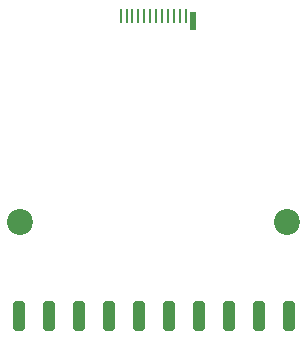
<source format=gbr>
%TF.GenerationSoftware,KiCad,Pcbnew,9.0.4*%
%TF.CreationDate,2025-09-23T00:44:44+02:00*%
%TF.ProjectId,rp2350_gpio_card,72703233-3530-45f6-9770-696f5f636172,X1*%
%TF.SameCoordinates,Original*%
%TF.FileFunction,Soldermask,Bot*%
%TF.FilePolarity,Negative*%
%FSLAX46Y46*%
G04 Gerber Fmt 4.6, Leading zero omitted, Abs format (unit mm)*
G04 Created by KiCad (PCBNEW 9.0.4) date 2025-09-23 00:44:44*
%MOMM*%
%LPD*%
G01*
G04 APERTURE LIST*
G04 Aperture macros list*
%AMRoundRect*
0 Rectangle with rounded corners*
0 $1 Rounding radius*
0 $2 $3 $4 $5 $6 $7 $8 $9 X,Y pos of 4 corners*
0 Add a 4 corners polygon primitive as box body*
4,1,4,$2,$3,$4,$5,$6,$7,$8,$9,$2,$3,0*
0 Add four circle primitives for the rounded corners*
1,1,$1+$1,$2,$3*
1,1,$1+$1,$4,$5*
1,1,$1+$1,$6,$7*
1,1,$1+$1,$8,$9*
0 Add four rect primitives between the rounded corners*
20,1,$1+$1,$2,$3,$4,$5,0*
20,1,$1+$1,$4,$5,$6,$7,0*
20,1,$1+$1,$6,$7,$8,$9,0*
20,1,$1+$1,$8,$9,$2,$3,0*%
G04 Aperture macros list end*
%ADD10C,2.200000*%
%ADD11R,0.600000X1.550000*%
%ADD12R,0.250000X1.300000*%
%ADD13RoundRect,0.250000X-0.250000X1.000000X-0.250000X-1.000000X0.250000X-1.000000X0.250000X1.000000X0*%
G04 APERTURE END LIST*
D10*
%TO.C,H1*%
X92255183Y-71646434D03*
%TD*%
%TO.C,H2*%
X114855183Y-71646434D03*
%TD*%
D11*
%TO.C,P1*%
X106900000Y-54575000D03*
D12*
X106250000Y-54150000D03*
X105750000Y-54150000D03*
X105250000Y-54150000D03*
X104750000Y-54150000D03*
X104250000Y-54150000D03*
X103750000Y-54150000D03*
X103250000Y-54150000D03*
X102750000Y-54150000D03*
X102250000Y-54150000D03*
X101750000Y-54150000D03*
X101250000Y-54150000D03*
X100750000Y-54150000D03*
%TD*%
D13*
%TO.C,J1*%
X92125183Y-79600000D03*
X94665183Y-79600000D03*
X97205183Y-79600000D03*
X99745183Y-79600000D03*
X102285183Y-79600000D03*
X104825183Y-79600000D03*
X107365183Y-79600000D03*
X109905183Y-79600000D03*
X112445183Y-79600000D03*
X114985183Y-79600000D03*
%TD*%
M02*

</source>
